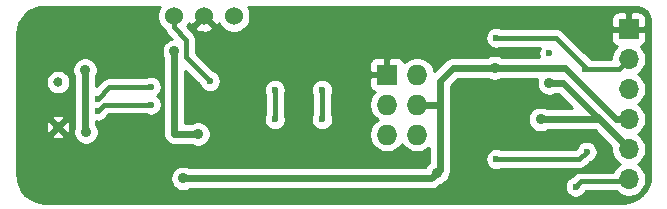
<source format=gbr>
G04 #@! TF.GenerationSoftware,KiCad,Pcbnew,5.1.5+dfsg1-2build2*
G04 #@! TF.CreationDate,2021-03-26T23:39:21+01:00*
G04 #@! TF.ProjectId,USB-I2C,5553422d-4932-4432-9e6b-696361645f70,rev?*
G04 #@! TF.SameCoordinates,Original*
G04 #@! TF.FileFunction,Copper,L2,Bot*
G04 #@! TF.FilePolarity,Positive*
%FSLAX46Y46*%
G04 Gerber Fmt 4.6, Leading zero omitted, Abs format (unit mm)*
G04 Created by KiCad (PCBNEW 5.1.5+dfsg1-2build2) date 2021-03-26 23:39:21*
%MOMM*%
%LPD*%
G04 APERTURE LIST*
%ADD10O,1.727200X1.727200*%
%ADD11R,1.727200X1.727200*%
%ADD12C,0.797560*%
%ADD13C,1.524000*%
%ADD14O,1.700000X1.700000*%
%ADD15R,1.700000X1.700000*%
%ADD16C,0.900000*%
%ADD17C,0.600000*%
%ADD18C,0.600000*%
%ADD19C,0.400000*%
%ADD20C,0.254000*%
G04 APERTURE END LIST*
D10*
X181540000Y-110540000D03*
X179000000Y-110540000D03*
X181540000Y-108000000D03*
X179000000Y-108000000D03*
X181540000Y-105460000D03*
D11*
X179000000Y-105460000D03*
D12*
X151148840Y-106100080D03*
X151146300Y-109897380D03*
D13*
X160960000Y-100500000D03*
X163500000Y-100500000D03*
X166040000Y-100500000D03*
D14*
X199468000Y-114300000D03*
X199468000Y-111760000D03*
X199468000Y-109220000D03*
X199468000Y-106680000D03*
X199468000Y-104140000D03*
D15*
X199468000Y-101600000D03*
D16*
X151106974Y-112299859D03*
X157500000Y-104500000D03*
X192750000Y-101075000D03*
X192750000Y-111345000D03*
X149000000Y-101500000D03*
X159000000Y-109500000D03*
X155062500Y-112750000D03*
X174000000Y-112000000D03*
X188107151Y-104881895D03*
X161000000Y-103500000D03*
X163000000Y-110500000D03*
X161750000Y-114250000D03*
X183250000Y-113750000D03*
X153513161Y-110324409D03*
X153441080Y-105058920D03*
X192750000Y-106155000D03*
X192000000Y-109250000D03*
D17*
X154500000Y-107500000D03*
X159000000Y-106500000D03*
X154500000Y-108500000D03*
X159000000Y-108000000D03*
X188250000Y-102345000D03*
X195896781Y-112000000D03*
X195807481Y-105000000D03*
X188250000Y-112615000D03*
X173500000Y-106750000D03*
X173500000Y-109250000D03*
X192750000Y-103615000D03*
X194966291Y-114934923D03*
X169500000Y-106750000D03*
X169500000Y-109250000D03*
X164000000Y-106000000D03*
D18*
X199468000Y-109220000D02*
X198392855Y-109220000D01*
X198392855Y-109220000D02*
X194054750Y-104881895D01*
X194054750Y-104881895D02*
X188743547Y-104881895D01*
X188743547Y-104881895D02*
X188107151Y-104881895D01*
X161000000Y-110500000D02*
X163000000Y-110500000D01*
X161000000Y-103500000D02*
X161000000Y-110500000D01*
X187618105Y-104881895D02*
X188107151Y-104881895D01*
X183500000Y-106000000D02*
X184618105Y-104881895D01*
X184618105Y-104881895D02*
X187618105Y-104881895D01*
X181540000Y-108000000D02*
X183500000Y-108000000D01*
X183500000Y-108000000D02*
X183500000Y-106000000D01*
X182750000Y-114250000D02*
X161750000Y-114250000D01*
X183250000Y-113750000D02*
X182750000Y-114250000D01*
X183500000Y-113500000D02*
X183500000Y-108000000D01*
X183250000Y-113750000D02*
X183500000Y-113500000D01*
X153441080Y-110252328D02*
X153513161Y-110324409D01*
X153441080Y-105058920D02*
X153441080Y-110252328D01*
X193863000Y-106155000D02*
X196708000Y-109000000D01*
X192750000Y-106155000D02*
X193863000Y-106155000D01*
X192000000Y-109250000D02*
X197000000Y-109250000D01*
X197000000Y-109250000D02*
X196708000Y-109000000D01*
X199468000Y-111760000D02*
X197000000Y-109250000D01*
D19*
X155500000Y-106500000D02*
X159000000Y-106500000D01*
X154500000Y-107500000D02*
X155500000Y-106500000D01*
X155000000Y-108000000D02*
X159000000Y-108000000D01*
X154500000Y-108500000D02*
X155000000Y-108000000D01*
X195807481Y-104827197D02*
X195000000Y-104019716D01*
X195807481Y-105000000D02*
X195807481Y-104827197D01*
X193325284Y-102345000D02*
X195000000Y-104019716D01*
X188250000Y-102345000D02*
X193325284Y-102345000D01*
X198608000Y-105000000D02*
X199468000Y-104140000D01*
X195807481Y-105000000D02*
X198608000Y-105000000D01*
X195896781Y-112005813D02*
X195896781Y-112000000D01*
X188250000Y-112615000D02*
X195287594Y-112615000D01*
X195287594Y-112615000D02*
X195896781Y-112005813D01*
X173500000Y-106750000D02*
X173500000Y-109250000D01*
X195266290Y-114634924D02*
X194966291Y-114934923D01*
X195401214Y-114500000D02*
X195266290Y-114634924D01*
X199268000Y-114500000D02*
X195401214Y-114500000D01*
X199468000Y-114300000D02*
X199268000Y-114500000D01*
X169500000Y-106750000D02*
X169500000Y-109250000D01*
X160960000Y-101460000D02*
X160960000Y-100500000D01*
X162000000Y-102500000D02*
X160960000Y-101460000D01*
X162000000Y-104000000D02*
X162000000Y-102500000D01*
X164000000Y-106000000D02*
X162000000Y-104000000D01*
D20*
G36*
X159721995Y-99838273D02*
G01*
X159616686Y-100092510D01*
X159563000Y-100362408D01*
X159563000Y-100637592D01*
X159616686Y-100907490D01*
X159721995Y-101161727D01*
X159874880Y-101390535D01*
X160069465Y-101585120D01*
X160139598Y-101631981D01*
X160184828Y-101781086D01*
X160262364Y-101926145D01*
X160366709Y-102053291D01*
X160398579Y-102079446D01*
X160760513Y-102441381D01*
X160683517Y-102456696D01*
X160486060Y-102538485D01*
X160308353Y-102657225D01*
X160157225Y-102808353D01*
X160038485Y-102986060D01*
X159956696Y-103183517D01*
X159915000Y-103393137D01*
X159915000Y-103606863D01*
X159956696Y-103816483D01*
X160038485Y-104013940D01*
X160065000Y-104053623D01*
X160065001Y-110454058D01*
X160060476Y-110500000D01*
X160078529Y-110683292D01*
X160131993Y-110859540D01*
X160218814Y-111021972D01*
X160335656Y-111164344D01*
X160478028Y-111281186D01*
X160640460Y-111368007D01*
X160816708Y-111421471D01*
X160954068Y-111435000D01*
X161000000Y-111439524D01*
X161045932Y-111435000D01*
X162446377Y-111435000D01*
X162486060Y-111461515D01*
X162683517Y-111543304D01*
X162893137Y-111585000D01*
X163106863Y-111585000D01*
X163316483Y-111543304D01*
X163513940Y-111461515D01*
X163691647Y-111342775D01*
X163842775Y-111191647D01*
X163961515Y-111013940D01*
X164043304Y-110816483D01*
X164085000Y-110606863D01*
X164085000Y-110393137D01*
X164043304Y-110183517D01*
X163961515Y-109986060D01*
X163842775Y-109808353D01*
X163691647Y-109657225D01*
X163513940Y-109538485D01*
X163316483Y-109456696D01*
X163106863Y-109415000D01*
X162893137Y-109415000D01*
X162683517Y-109456696D01*
X162486060Y-109538485D01*
X162446377Y-109565000D01*
X161935000Y-109565000D01*
X161935000Y-105115867D01*
X163107346Y-106288214D01*
X163171414Y-106442889D01*
X163273738Y-106596028D01*
X163403972Y-106726262D01*
X163557111Y-106828586D01*
X163727271Y-106899068D01*
X163907911Y-106935000D01*
X164092089Y-106935000D01*
X164272729Y-106899068D01*
X164442889Y-106828586D01*
X164596028Y-106726262D01*
X164664379Y-106657911D01*
X168565000Y-106657911D01*
X168565000Y-106842089D01*
X168600932Y-107022729D01*
X168665000Y-107177405D01*
X168665001Y-108822594D01*
X168600932Y-108977271D01*
X168565000Y-109157911D01*
X168565000Y-109342089D01*
X168600932Y-109522729D01*
X168671414Y-109692889D01*
X168773738Y-109846028D01*
X168903972Y-109976262D01*
X169057111Y-110078586D01*
X169227271Y-110149068D01*
X169407911Y-110185000D01*
X169592089Y-110185000D01*
X169772729Y-110149068D01*
X169942889Y-110078586D01*
X170096028Y-109976262D01*
X170226262Y-109846028D01*
X170328586Y-109692889D01*
X170399068Y-109522729D01*
X170435000Y-109342089D01*
X170435000Y-109157911D01*
X170399068Y-108977271D01*
X170335000Y-108822596D01*
X170335000Y-107177404D01*
X170399068Y-107022729D01*
X170435000Y-106842089D01*
X170435000Y-106657911D01*
X172565000Y-106657911D01*
X172565000Y-106842089D01*
X172600932Y-107022729D01*
X172665000Y-107177405D01*
X172665001Y-108822594D01*
X172600932Y-108977271D01*
X172565000Y-109157911D01*
X172565000Y-109342089D01*
X172600932Y-109522729D01*
X172671414Y-109692889D01*
X172773738Y-109846028D01*
X172903972Y-109976262D01*
X173057111Y-110078586D01*
X173227271Y-110149068D01*
X173407911Y-110185000D01*
X173592089Y-110185000D01*
X173772729Y-110149068D01*
X173942889Y-110078586D01*
X174096028Y-109976262D01*
X174226262Y-109846028D01*
X174328586Y-109692889D01*
X174399068Y-109522729D01*
X174435000Y-109342089D01*
X174435000Y-109157911D01*
X174399068Y-108977271D01*
X174335000Y-108822596D01*
X174335000Y-107177404D01*
X174399068Y-107022729D01*
X174435000Y-106842089D01*
X174435000Y-106657911D01*
X174399068Y-106477271D01*
X174328586Y-106307111D01*
X174226262Y-106153972D01*
X174096028Y-106023738D01*
X173942889Y-105921414D01*
X173772729Y-105850932D01*
X173592089Y-105815000D01*
X173407911Y-105815000D01*
X173227271Y-105850932D01*
X173057111Y-105921414D01*
X172903972Y-106023738D01*
X172773738Y-106153972D01*
X172671414Y-106307111D01*
X172600932Y-106477271D01*
X172565000Y-106657911D01*
X170435000Y-106657911D01*
X170399068Y-106477271D01*
X170328586Y-106307111D01*
X170226262Y-106153972D01*
X170096028Y-106023738D01*
X169942889Y-105921414D01*
X169772729Y-105850932D01*
X169592089Y-105815000D01*
X169407911Y-105815000D01*
X169227271Y-105850932D01*
X169057111Y-105921414D01*
X168903972Y-106023738D01*
X168773738Y-106153972D01*
X168671414Y-106307111D01*
X168600932Y-106477271D01*
X168565000Y-106657911D01*
X164664379Y-106657911D01*
X164726262Y-106596028D01*
X164828586Y-106442889D01*
X164899068Y-106272729D01*
X164935000Y-106092089D01*
X164935000Y-105907911D01*
X164899068Y-105727271D01*
X164828586Y-105557111D01*
X164726262Y-105403972D01*
X164596028Y-105273738D01*
X164442889Y-105171414D01*
X164288214Y-105107346D01*
X163777268Y-104596400D01*
X177498328Y-104596400D01*
X177501400Y-105174250D01*
X177660150Y-105333000D01*
X178873000Y-105333000D01*
X178873000Y-104120150D01*
X178714250Y-103961400D01*
X178136400Y-103958328D01*
X178011918Y-103970588D01*
X177892220Y-104006898D01*
X177781906Y-104065863D01*
X177685215Y-104145215D01*
X177605863Y-104241906D01*
X177546898Y-104352220D01*
X177510588Y-104471918D01*
X177498328Y-104596400D01*
X163777268Y-104596400D01*
X162835000Y-103654133D01*
X162835000Y-102541018D01*
X162839040Y-102499999D01*
X162822918Y-102336311D01*
X162775172Y-102178913D01*
X162697636Y-102033854D01*
X162641230Y-101965123D01*
X162593291Y-101906709D01*
X162561426Y-101880558D01*
X162146433Y-101465565D01*
X162714040Y-101465565D01*
X162781020Y-101705656D01*
X163030048Y-101822756D01*
X163297135Y-101889023D01*
X163572017Y-101901910D01*
X163844133Y-101860922D01*
X164103023Y-101767636D01*
X164218980Y-101705656D01*
X164285960Y-101465565D01*
X163500000Y-100679605D01*
X162714040Y-101465565D01*
X162146433Y-101465565D01*
X162055647Y-101374780D01*
X162198005Y-101161727D01*
X162227692Y-101090057D01*
X162232364Y-101103023D01*
X162294344Y-101218980D01*
X162534435Y-101285960D01*
X163320395Y-100500000D01*
X163306253Y-100485858D01*
X163485858Y-100306253D01*
X163500000Y-100320395D01*
X163514143Y-100306253D01*
X163693748Y-100485858D01*
X163679605Y-100500000D01*
X164465565Y-101285960D01*
X164705656Y-101218980D01*
X164769485Y-101083240D01*
X164801995Y-101161727D01*
X164954880Y-101390535D01*
X165149465Y-101585120D01*
X165378273Y-101738005D01*
X165632510Y-101843314D01*
X165902408Y-101897000D01*
X166177592Y-101897000D01*
X166447490Y-101843314D01*
X166701727Y-101738005D01*
X166930535Y-101585120D01*
X167125120Y-101390535D01*
X167278005Y-101161727D01*
X167383314Y-100907490D01*
X167414640Y-100750000D01*
X197979928Y-100750000D01*
X197983000Y-101314250D01*
X198141750Y-101473000D01*
X199341000Y-101473000D01*
X199341000Y-100273750D01*
X199595000Y-100273750D01*
X199595000Y-101473000D01*
X200794250Y-101473000D01*
X200953000Y-101314250D01*
X200956072Y-100750000D01*
X200943812Y-100625518D01*
X200907502Y-100505820D01*
X200848537Y-100395506D01*
X200769185Y-100298815D01*
X200672494Y-100219463D01*
X200562180Y-100160498D01*
X200442482Y-100124188D01*
X200318000Y-100111928D01*
X199753750Y-100115000D01*
X199595000Y-100273750D01*
X199341000Y-100273750D01*
X199182250Y-100115000D01*
X198618000Y-100111928D01*
X198493518Y-100124188D01*
X198373820Y-100160498D01*
X198263506Y-100219463D01*
X198166815Y-100298815D01*
X198087463Y-100395506D01*
X198028498Y-100505820D01*
X197992188Y-100625518D01*
X197979928Y-100750000D01*
X167414640Y-100750000D01*
X167437000Y-100637592D01*
X167437000Y-100362408D01*
X167383314Y-100092510D01*
X167278005Y-99838273D01*
X167192296Y-99710000D01*
X199965279Y-99710000D01*
X200249899Y-99737907D01*
X200490285Y-99810484D01*
X200711991Y-99928368D01*
X200906577Y-100087068D01*
X201066635Y-100280545D01*
X201186064Y-100501424D01*
X201260317Y-100741297D01*
X201290000Y-101023716D01*
X201290001Y-113965269D01*
X201243048Y-114444133D01*
X201114063Y-114871353D01*
X200904554Y-115265384D01*
X200622501Y-115611214D01*
X200278651Y-115895672D01*
X199886093Y-116107927D01*
X199459788Y-116239891D01*
X198983036Y-116290000D01*
X150034721Y-116290000D01*
X149555867Y-116243048D01*
X149128647Y-116114063D01*
X148734616Y-115904554D01*
X148388786Y-115622501D01*
X148104328Y-115278651D01*
X147892073Y-114886093D01*
X147760109Y-114459788D01*
X147726828Y-114143137D01*
X160665000Y-114143137D01*
X160665000Y-114356863D01*
X160706696Y-114566483D01*
X160788485Y-114763940D01*
X160907225Y-114941647D01*
X161058353Y-115092775D01*
X161236060Y-115211515D01*
X161433517Y-115293304D01*
X161643137Y-115335000D01*
X161856863Y-115335000D01*
X162066483Y-115293304D01*
X162263940Y-115211515D01*
X162303623Y-115185000D01*
X182704068Y-115185000D01*
X182750000Y-115189524D01*
X182795932Y-115185000D01*
X182933292Y-115171471D01*
X183109540Y-115118007D01*
X183271972Y-115031186D01*
X183414344Y-114914344D01*
X183443631Y-114878658D01*
X183519674Y-114802615D01*
X183566483Y-114793304D01*
X183763940Y-114711515D01*
X183941647Y-114592775D01*
X184092775Y-114441647D01*
X184211515Y-114263940D01*
X184293304Y-114066483D01*
X184314588Y-113959481D01*
X184368007Y-113859540D01*
X184421471Y-113683292D01*
X184423273Y-113665000D01*
X184439524Y-113500001D01*
X184435000Y-113454069D01*
X184435000Y-112522911D01*
X187315000Y-112522911D01*
X187315000Y-112707089D01*
X187350932Y-112887729D01*
X187421414Y-113057889D01*
X187523738Y-113211028D01*
X187653972Y-113341262D01*
X187807111Y-113443586D01*
X187977271Y-113514068D01*
X188157911Y-113550000D01*
X188342089Y-113550000D01*
X188522729Y-113514068D01*
X188677404Y-113450000D01*
X195246576Y-113450000D01*
X195287594Y-113454040D01*
X195328612Y-113450000D01*
X195328613Y-113450000D01*
X195451283Y-113437918D01*
X195608681Y-113390172D01*
X195753740Y-113312636D01*
X195880885Y-113208291D01*
X195907039Y-113176422D01*
X196194918Y-112888544D01*
X196339670Y-112828586D01*
X196492809Y-112726262D01*
X196623043Y-112596028D01*
X196725367Y-112442889D01*
X196795849Y-112272729D01*
X196831781Y-112092089D01*
X196831781Y-111907911D01*
X196795849Y-111727271D01*
X196725367Y-111557111D01*
X196623043Y-111403972D01*
X196492809Y-111273738D01*
X196339670Y-111171414D01*
X196169510Y-111100932D01*
X195988870Y-111065000D01*
X195804692Y-111065000D01*
X195624052Y-111100932D01*
X195453892Y-111171414D01*
X195300753Y-111273738D01*
X195170519Y-111403972D01*
X195068195Y-111557111D01*
X195000017Y-111721709D01*
X194941726Y-111780000D01*
X188677404Y-111780000D01*
X188522729Y-111715932D01*
X188342089Y-111680000D01*
X188157911Y-111680000D01*
X187977271Y-111715932D01*
X187807111Y-111786414D01*
X187653972Y-111888738D01*
X187523738Y-112018972D01*
X187421414Y-112172111D01*
X187350932Y-112342271D01*
X187315000Y-112522911D01*
X184435000Y-112522911D01*
X184435000Y-108045931D01*
X184439524Y-108000000D01*
X184435000Y-107954068D01*
X184435000Y-106387289D01*
X185005395Y-105816895D01*
X187553528Y-105816895D01*
X187593211Y-105843410D01*
X187790668Y-105925199D01*
X188000288Y-105966895D01*
X188214014Y-105966895D01*
X188423634Y-105925199D01*
X188621091Y-105843410D01*
X188660774Y-105816895D01*
X191715652Y-105816895D01*
X191706696Y-105838517D01*
X191665000Y-106048137D01*
X191665000Y-106261863D01*
X191706696Y-106471483D01*
X191788485Y-106668940D01*
X191907225Y-106846647D01*
X192058353Y-106997775D01*
X192236060Y-107116515D01*
X192433517Y-107198304D01*
X192643137Y-107240000D01*
X192856863Y-107240000D01*
X193066483Y-107198304D01*
X193263940Y-107116515D01*
X193303623Y-107090000D01*
X193475711Y-107090000D01*
X194700711Y-108315000D01*
X192553623Y-108315000D01*
X192513940Y-108288485D01*
X192316483Y-108206696D01*
X192106863Y-108165000D01*
X191893137Y-108165000D01*
X191683517Y-108206696D01*
X191486060Y-108288485D01*
X191308353Y-108407225D01*
X191157225Y-108558353D01*
X191038485Y-108736060D01*
X190956696Y-108933517D01*
X190915000Y-109143137D01*
X190915000Y-109356863D01*
X190956696Y-109566483D01*
X191038485Y-109763940D01*
X191157225Y-109941647D01*
X191308353Y-110092775D01*
X191486060Y-110211515D01*
X191683517Y-110293304D01*
X191893137Y-110335000D01*
X192106863Y-110335000D01*
X192316483Y-110293304D01*
X192513940Y-110211515D01*
X192553623Y-110185000D01*
X196608083Y-110185000D01*
X197988033Y-111588436D01*
X197983000Y-111613740D01*
X197983000Y-111906260D01*
X198040068Y-112193158D01*
X198152010Y-112463411D01*
X198314525Y-112706632D01*
X198521368Y-112913475D01*
X198695760Y-113030000D01*
X198521368Y-113146525D01*
X198314525Y-113353368D01*
X198152010Y-113596589D01*
X198123673Y-113665000D01*
X195442221Y-113665000D01*
X195401213Y-113660961D01*
X195360205Y-113665000D01*
X195360195Y-113665000D01*
X195237525Y-113677082D01*
X195080127Y-113724828D01*
X194935068Y-113802364D01*
X194807923Y-113906709D01*
X194781768Y-113938579D01*
X194704867Y-114015480D01*
X194704861Y-114015485D01*
X194678077Y-114042269D01*
X194523402Y-114106337D01*
X194370263Y-114208661D01*
X194240029Y-114338895D01*
X194137705Y-114492034D01*
X194067223Y-114662194D01*
X194031291Y-114842834D01*
X194031291Y-115027012D01*
X194067223Y-115207652D01*
X194137705Y-115377812D01*
X194240029Y-115530951D01*
X194370263Y-115661185D01*
X194523402Y-115763509D01*
X194693562Y-115833991D01*
X194874202Y-115869923D01*
X195058380Y-115869923D01*
X195239020Y-115833991D01*
X195409180Y-115763509D01*
X195562319Y-115661185D01*
X195692553Y-115530951D01*
X195794877Y-115377812D01*
X195812610Y-115335000D01*
X198402893Y-115335000D01*
X198521368Y-115453475D01*
X198764589Y-115615990D01*
X199034842Y-115727932D01*
X199321740Y-115785000D01*
X199614260Y-115785000D01*
X199901158Y-115727932D01*
X200171411Y-115615990D01*
X200414632Y-115453475D01*
X200621475Y-115246632D01*
X200783990Y-115003411D01*
X200895932Y-114733158D01*
X200953000Y-114446260D01*
X200953000Y-114153740D01*
X200895932Y-113866842D01*
X200783990Y-113596589D01*
X200621475Y-113353368D01*
X200414632Y-113146525D01*
X200240240Y-113030000D01*
X200414632Y-112913475D01*
X200621475Y-112706632D01*
X200783990Y-112463411D01*
X200895932Y-112193158D01*
X200953000Y-111906260D01*
X200953000Y-111613740D01*
X200895932Y-111326842D01*
X200783990Y-111056589D01*
X200621475Y-110813368D01*
X200414632Y-110606525D01*
X200240240Y-110490000D01*
X200414632Y-110373475D01*
X200621475Y-110166632D01*
X200783990Y-109923411D01*
X200895932Y-109653158D01*
X200953000Y-109366260D01*
X200953000Y-109073740D01*
X200895932Y-108786842D01*
X200783990Y-108516589D01*
X200621475Y-108273368D01*
X200414632Y-108066525D01*
X200240240Y-107950000D01*
X200414632Y-107833475D01*
X200621475Y-107626632D01*
X200783990Y-107383411D01*
X200895932Y-107113158D01*
X200953000Y-106826260D01*
X200953000Y-106533740D01*
X200895932Y-106246842D01*
X200783990Y-105976589D01*
X200621475Y-105733368D01*
X200414632Y-105526525D01*
X200240240Y-105410000D01*
X200414632Y-105293475D01*
X200621475Y-105086632D01*
X200783990Y-104843411D01*
X200895932Y-104573158D01*
X200953000Y-104286260D01*
X200953000Y-103993740D01*
X200895932Y-103706842D01*
X200783990Y-103436589D01*
X200621475Y-103193368D01*
X200489620Y-103061513D01*
X200562180Y-103039502D01*
X200672494Y-102980537D01*
X200769185Y-102901185D01*
X200848537Y-102804494D01*
X200907502Y-102694180D01*
X200943812Y-102574482D01*
X200956072Y-102450000D01*
X200953000Y-101885750D01*
X200794250Y-101727000D01*
X199595000Y-101727000D01*
X199595000Y-101747000D01*
X199341000Y-101747000D01*
X199341000Y-101727000D01*
X198141750Y-101727000D01*
X197983000Y-101885750D01*
X197979928Y-102450000D01*
X197992188Y-102574482D01*
X198028498Y-102694180D01*
X198087463Y-102804494D01*
X198166815Y-102901185D01*
X198263506Y-102980537D01*
X198373820Y-103039502D01*
X198446380Y-103061513D01*
X198314525Y-103193368D01*
X198152010Y-103436589D01*
X198040068Y-103706842D01*
X197983000Y-103993740D01*
X197983000Y-104165000D01*
X196326153Y-104165000D01*
X195619442Y-103458291D01*
X195619438Y-103458286D01*
X193944730Y-101783579D01*
X193918575Y-101751709D01*
X193791430Y-101647364D01*
X193646371Y-101569828D01*
X193488973Y-101522082D01*
X193366303Y-101510000D01*
X193366302Y-101510000D01*
X193325284Y-101505960D01*
X193284266Y-101510000D01*
X188677404Y-101510000D01*
X188522729Y-101445932D01*
X188342089Y-101410000D01*
X188157911Y-101410000D01*
X187977271Y-101445932D01*
X187807111Y-101516414D01*
X187653972Y-101618738D01*
X187523738Y-101748972D01*
X187421414Y-101902111D01*
X187350932Y-102072271D01*
X187315000Y-102252911D01*
X187315000Y-102437089D01*
X187350932Y-102617729D01*
X187421414Y-102787889D01*
X187523738Y-102941028D01*
X187653972Y-103071262D01*
X187807111Y-103173586D01*
X187977271Y-103244068D01*
X188157911Y-103280000D01*
X188342089Y-103280000D01*
X188522729Y-103244068D01*
X188677404Y-103180000D01*
X191918146Y-103180000D01*
X191850932Y-103342271D01*
X191815000Y-103522911D01*
X191815000Y-103707089D01*
X191850932Y-103887729D01*
X191875439Y-103946895D01*
X188660774Y-103946895D01*
X188621091Y-103920380D01*
X188423634Y-103838591D01*
X188214014Y-103796895D01*
X188000288Y-103796895D01*
X187790668Y-103838591D01*
X187593211Y-103920380D01*
X187553528Y-103946895D01*
X184664036Y-103946895D01*
X184618104Y-103942371D01*
X184434812Y-103960424D01*
X184390322Y-103973920D01*
X184258565Y-104013888D01*
X184096133Y-104100709D01*
X183953761Y-104217551D01*
X183924479Y-104253231D01*
X183009849Y-105167861D01*
X182981010Y-105022875D01*
X182868042Y-104750147D01*
X182704039Y-104504698D01*
X182495302Y-104295961D01*
X182249853Y-104131958D01*
X181977125Y-104018990D01*
X181687599Y-103961400D01*
X181392401Y-103961400D01*
X181102875Y-104018990D01*
X180830147Y-104131958D01*
X180584698Y-104295961D01*
X180470636Y-104410023D01*
X180453102Y-104352220D01*
X180394137Y-104241906D01*
X180314785Y-104145215D01*
X180218094Y-104065863D01*
X180107780Y-104006898D01*
X179988082Y-103970588D01*
X179863600Y-103958328D01*
X179285750Y-103961400D01*
X179127000Y-104120150D01*
X179127000Y-105333000D01*
X179147000Y-105333000D01*
X179147000Y-105587000D01*
X179127000Y-105587000D01*
X179127000Y-105607000D01*
X178873000Y-105607000D01*
X178873000Y-105587000D01*
X177660150Y-105587000D01*
X177501400Y-105745750D01*
X177498328Y-106323600D01*
X177510588Y-106448082D01*
X177546898Y-106567780D01*
X177605863Y-106678094D01*
X177685215Y-106774785D01*
X177781906Y-106854137D01*
X177892220Y-106913102D01*
X177950023Y-106930636D01*
X177835961Y-107044698D01*
X177671958Y-107290147D01*
X177558990Y-107562875D01*
X177501400Y-107852401D01*
X177501400Y-108147599D01*
X177558990Y-108437125D01*
X177671958Y-108709853D01*
X177835961Y-108955302D01*
X178044698Y-109164039D01*
X178203281Y-109270000D01*
X178044698Y-109375961D01*
X177835961Y-109584698D01*
X177671958Y-109830147D01*
X177558990Y-110102875D01*
X177501400Y-110392401D01*
X177501400Y-110687599D01*
X177558990Y-110977125D01*
X177671958Y-111249853D01*
X177835961Y-111495302D01*
X178044698Y-111704039D01*
X178290147Y-111868042D01*
X178562875Y-111981010D01*
X178852401Y-112038600D01*
X179147599Y-112038600D01*
X179437125Y-111981010D01*
X179709853Y-111868042D01*
X179955302Y-111704039D01*
X180164039Y-111495302D01*
X180270000Y-111336719D01*
X180375961Y-111495302D01*
X180584698Y-111704039D01*
X180830147Y-111868042D01*
X181102875Y-111981010D01*
X181392401Y-112038600D01*
X181687599Y-112038600D01*
X181977125Y-111981010D01*
X182249853Y-111868042D01*
X182495302Y-111704039D01*
X182565000Y-111634341D01*
X182565000Y-112902784D01*
X182558353Y-112907225D01*
X182407225Y-113058353D01*
X182288485Y-113236060D01*
X182255787Y-113315000D01*
X162303623Y-113315000D01*
X162263940Y-113288485D01*
X162066483Y-113206696D01*
X161856863Y-113165000D01*
X161643137Y-113165000D01*
X161433517Y-113206696D01*
X161236060Y-113288485D01*
X161058353Y-113407225D01*
X160907225Y-113558353D01*
X160788485Y-113736060D01*
X160706696Y-113933517D01*
X160665000Y-114143137D01*
X147726828Y-114143137D01*
X147710000Y-113983036D01*
X147710000Y-110602945D01*
X150620340Y-110602945D01*
X150643045Y-110806117D01*
X150830001Y-110886836D01*
X151029112Y-110929530D01*
X151232726Y-110932560D01*
X151433019Y-110895808D01*
X151622293Y-110820688D01*
X151649555Y-110806117D01*
X151672260Y-110602945D01*
X151146300Y-110076985D01*
X150620340Y-110602945D01*
X147710000Y-110602945D01*
X147710000Y-109983806D01*
X150111120Y-109983806D01*
X150147872Y-110184099D01*
X150222992Y-110373373D01*
X150237563Y-110400635D01*
X150440735Y-110423340D01*
X150966695Y-109897380D01*
X151325905Y-109897380D01*
X151851865Y-110423340D01*
X152055037Y-110400635D01*
X152135756Y-110213679D01*
X152178450Y-110014568D01*
X152181480Y-109810954D01*
X152144728Y-109610661D01*
X152069608Y-109421387D01*
X152055037Y-109394125D01*
X151851865Y-109371420D01*
X151325905Y-109897380D01*
X150966695Y-109897380D01*
X150440735Y-109371420D01*
X150237563Y-109394125D01*
X150156844Y-109581081D01*
X150114150Y-109780192D01*
X150111120Y-109983806D01*
X147710000Y-109983806D01*
X147710000Y-109191815D01*
X150620340Y-109191815D01*
X151146300Y-109717775D01*
X151672260Y-109191815D01*
X151649555Y-108988643D01*
X151462599Y-108907924D01*
X151263488Y-108865230D01*
X151059874Y-108862200D01*
X150859581Y-108898952D01*
X150670307Y-108974072D01*
X150643045Y-108988643D01*
X150620340Y-109191815D01*
X147710000Y-109191815D01*
X147710000Y-105998262D01*
X150115060Y-105998262D01*
X150115060Y-106201898D01*
X150154788Y-106401622D01*
X150232716Y-106589758D01*
X150345851Y-106759076D01*
X150489844Y-106903069D01*
X150659162Y-107016204D01*
X150847298Y-107094132D01*
X151047022Y-107133860D01*
X151250658Y-107133860D01*
X151450382Y-107094132D01*
X151638518Y-107016204D01*
X151807836Y-106903069D01*
X151951829Y-106759076D01*
X152064964Y-106589758D01*
X152142892Y-106401622D01*
X152182620Y-106201898D01*
X152182620Y-105998262D01*
X152142892Y-105798538D01*
X152064964Y-105610402D01*
X151951829Y-105441084D01*
X151807836Y-105297091D01*
X151638518Y-105183956D01*
X151450382Y-105106028D01*
X151250658Y-105066300D01*
X151047022Y-105066300D01*
X150847298Y-105106028D01*
X150659162Y-105183956D01*
X150489844Y-105297091D01*
X150345851Y-105441084D01*
X150232716Y-105610402D01*
X150154788Y-105798538D01*
X150115060Y-105998262D01*
X147710000Y-105998262D01*
X147710000Y-104952057D01*
X152356080Y-104952057D01*
X152356080Y-105165783D01*
X152397776Y-105375403D01*
X152479565Y-105572860D01*
X152506080Y-105612543D01*
X152506081Y-109920473D01*
X152469857Y-110007926D01*
X152428161Y-110217546D01*
X152428161Y-110431272D01*
X152469857Y-110640892D01*
X152551646Y-110838349D01*
X152670386Y-111016056D01*
X152821514Y-111167184D01*
X152999221Y-111285924D01*
X153196678Y-111367713D01*
X153406298Y-111409409D01*
X153620024Y-111409409D01*
X153829644Y-111367713D01*
X154027101Y-111285924D01*
X154204808Y-111167184D01*
X154355936Y-111016056D01*
X154474676Y-110838349D01*
X154556465Y-110640892D01*
X154598161Y-110431272D01*
X154598161Y-110217546D01*
X154556465Y-110007926D01*
X154474676Y-109810469D01*
X154376080Y-109662910D01*
X154376080Y-109428668D01*
X154407911Y-109435000D01*
X154592089Y-109435000D01*
X154772729Y-109399068D01*
X154942889Y-109328586D01*
X155096028Y-109226262D01*
X155226262Y-109096028D01*
X155328586Y-108942889D01*
X155373275Y-108835000D01*
X158572596Y-108835000D01*
X158727271Y-108899068D01*
X158907911Y-108935000D01*
X159092089Y-108935000D01*
X159272729Y-108899068D01*
X159442889Y-108828586D01*
X159596028Y-108726262D01*
X159726262Y-108596028D01*
X159828586Y-108442889D01*
X159899068Y-108272729D01*
X159935000Y-108092089D01*
X159935000Y-107907911D01*
X159899068Y-107727271D01*
X159828586Y-107557111D01*
X159726262Y-107403972D01*
X159596028Y-107273738D01*
X159560502Y-107250000D01*
X159596028Y-107226262D01*
X159726262Y-107096028D01*
X159828586Y-106942889D01*
X159899068Y-106772729D01*
X159935000Y-106592089D01*
X159935000Y-106407911D01*
X159899068Y-106227271D01*
X159828586Y-106057111D01*
X159726262Y-105903972D01*
X159596028Y-105773738D01*
X159442889Y-105671414D01*
X159272729Y-105600932D01*
X159092089Y-105565000D01*
X158907911Y-105565000D01*
X158727271Y-105600932D01*
X158572596Y-105665000D01*
X155541018Y-105665000D01*
X155500000Y-105660960D01*
X155458982Y-105665000D01*
X155458981Y-105665000D01*
X155336311Y-105677082D01*
X155178913Y-105724828D01*
X155033854Y-105802364D01*
X154906709Y-105906709D01*
X154880563Y-105938568D01*
X154376080Y-106443052D01*
X154376080Y-105612543D01*
X154402595Y-105572860D01*
X154484384Y-105375403D01*
X154526080Y-105165783D01*
X154526080Y-104952057D01*
X154484384Y-104742437D01*
X154402595Y-104544980D01*
X154283855Y-104367273D01*
X154132727Y-104216145D01*
X153955020Y-104097405D01*
X153757563Y-104015616D01*
X153547943Y-103973920D01*
X153334217Y-103973920D01*
X153124597Y-104015616D01*
X152927140Y-104097405D01*
X152749433Y-104216145D01*
X152598305Y-104367273D01*
X152479565Y-104544980D01*
X152397776Y-104742437D01*
X152356080Y-104952057D01*
X147710000Y-104952057D01*
X147710000Y-102034721D01*
X147756953Y-101555866D01*
X147885938Y-101128645D01*
X148095446Y-100734616D01*
X148377499Y-100388786D01*
X148721351Y-100104327D01*
X149113910Y-99892071D01*
X149540213Y-99760108D01*
X150016964Y-99710000D01*
X159807704Y-99710000D01*
X159721995Y-99838273D01*
G37*
X159721995Y-99838273D02*
X159616686Y-100092510D01*
X159563000Y-100362408D01*
X159563000Y-100637592D01*
X159616686Y-100907490D01*
X159721995Y-101161727D01*
X159874880Y-101390535D01*
X160069465Y-101585120D01*
X160139598Y-101631981D01*
X160184828Y-101781086D01*
X160262364Y-101926145D01*
X160366709Y-102053291D01*
X160398579Y-102079446D01*
X160760513Y-102441381D01*
X160683517Y-102456696D01*
X160486060Y-102538485D01*
X160308353Y-102657225D01*
X160157225Y-102808353D01*
X160038485Y-102986060D01*
X159956696Y-103183517D01*
X159915000Y-103393137D01*
X159915000Y-103606863D01*
X159956696Y-103816483D01*
X160038485Y-104013940D01*
X160065000Y-104053623D01*
X160065001Y-110454058D01*
X160060476Y-110500000D01*
X160078529Y-110683292D01*
X160131993Y-110859540D01*
X160218814Y-111021972D01*
X160335656Y-111164344D01*
X160478028Y-111281186D01*
X160640460Y-111368007D01*
X160816708Y-111421471D01*
X160954068Y-111435000D01*
X161000000Y-111439524D01*
X161045932Y-111435000D01*
X162446377Y-111435000D01*
X162486060Y-111461515D01*
X162683517Y-111543304D01*
X162893137Y-111585000D01*
X163106863Y-111585000D01*
X163316483Y-111543304D01*
X163513940Y-111461515D01*
X163691647Y-111342775D01*
X163842775Y-111191647D01*
X163961515Y-111013940D01*
X164043304Y-110816483D01*
X164085000Y-110606863D01*
X164085000Y-110393137D01*
X164043304Y-110183517D01*
X163961515Y-109986060D01*
X163842775Y-109808353D01*
X163691647Y-109657225D01*
X163513940Y-109538485D01*
X163316483Y-109456696D01*
X163106863Y-109415000D01*
X162893137Y-109415000D01*
X162683517Y-109456696D01*
X162486060Y-109538485D01*
X162446377Y-109565000D01*
X161935000Y-109565000D01*
X161935000Y-105115867D01*
X163107346Y-106288214D01*
X163171414Y-106442889D01*
X163273738Y-106596028D01*
X163403972Y-106726262D01*
X163557111Y-106828586D01*
X163727271Y-106899068D01*
X163907911Y-106935000D01*
X164092089Y-106935000D01*
X164272729Y-106899068D01*
X164442889Y-106828586D01*
X164596028Y-106726262D01*
X164664379Y-106657911D01*
X168565000Y-106657911D01*
X168565000Y-106842089D01*
X168600932Y-107022729D01*
X168665000Y-107177405D01*
X168665001Y-108822594D01*
X168600932Y-108977271D01*
X168565000Y-109157911D01*
X168565000Y-109342089D01*
X168600932Y-109522729D01*
X168671414Y-109692889D01*
X168773738Y-109846028D01*
X168903972Y-109976262D01*
X169057111Y-110078586D01*
X169227271Y-110149068D01*
X169407911Y-110185000D01*
X169592089Y-110185000D01*
X169772729Y-110149068D01*
X169942889Y-110078586D01*
X170096028Y-109976262D01*
X170226262Y-109846028D01*
X170328586Y-109692889D01*
X170399068Y-109522729D01*
X170435000Y-109342089D01*
X170435000Y-109157911D01*
X170399068Y-108977271D01*
X170335000Y-108822596D01*
X170335000Y-107177404D01*
X170399068Y-107022729D01*
X170435000Y-106842089D01*
X170435000Y-106657911D01*
X172565000Y-106657911D01*
X172565000Y-106842089D01*
X172600932Y-107022729D01*
X172665000Y-107177405D01*
X172665001Y-108822594D01*
X172600932Y-108977271D01*
X172565000Y-109157911D01*
X172565000Y-109342089D01*
X172600932Y-109522729D01*
X172671414Y-109692889D01*
X172773738Y-109846028D01*
X172903972Y-109976262D01*
X173057111Y-110078586D01*
X173227271Y-110149068D01*
X173407911Y-110185000D01*
X173592089Y-110185000D01*
X173772729Y-110149068D01*
X173942889Y-110078586D01*
X174096028Y-109976262D01*
X174226262Y-109846028D01*
X174328586Y-109692889D01*
X174399068Y-109522729D01*
X174435000Y-109342089D01*
X174435000Y-109157911D01*
X174399068Y-108977271D01*
X174335000Y-108822596D01*
X174335000Y-107177404D01*
X174399068Y-107022729D01*
X174435000Y-106842089D01*
X174435000Y-106657911D01*
X174399068Y-106477271D01*
X174328586Y-106307111D01*
X174226262Y-106153972D01*
X174096028Y-106023738D01*
X173942889Y-105921414D01*
X173772729Y-105850932D01*
X173592089Y-105815000D01*
X173407911Y-105815000D01*
X173227271Y-105850932D01*
X173057111Y-105921414D01*
X172903972Y-106023738D01*
X172773738Y-106153972D01*
X172671414Y-106307111D01*
X172600932Y-106477271D01*
X172565000Y-106657911D01*
X170435000Y-106657911D01*
X170399068Y-106477271D01*
X170328586Y-106307111D01*
X170226262Y-106153972D01*
X170096028Y-106023738D01*
X169942889Y-105921414D01*
X169772729Y-105850932D01*
X169592089Y-105815000D01*
X169407911Y-105815000D01*
X169227271Y-105850932D01*
X169057111Y-105921414D01*
X168903972Y-106023738D01*
X168773738Y-106153972D01*
X168671414Y-106307111D01*
X168600932Y-106477271D01*
X168565000Y-106657911D01*
X164664379Y-106657911D01*
X164726262Y-106596028D01*
X164828586Y-106442889D01*
X164899068Y-106272729D01*
X164935000Y-106092089D01*
X164935000Y-105907911D01*
X164899068Y-105727271D01*
X164828586Y-105557111D01*
X164726262Y-105403972D01*
X164596028Y-105273738D01*
X164442889Y-105171414D01*
X164288214Y-105107346D01*
X163777268Y-104596400D01*
X177498328Y-104596400D01*
X177501400Y-105174250D01*
X177660150Y-105333000D01*
X178873000Y-105333000D01*
X178873000Y-104120150D01*
X178714250Y-103961400D01*
X178136400Y-103958328D01*
X178011918Y-103970588D01*
X177892220Y-104006898D01*
X177781906Y-104065863D01*
X177685215Y-104145215D01*
X177605863Y-104241906D01*
X177546898Y-104352220D01*
X177510588Y-104471918D01*
X177498328Y-104596400D01*
X163777268Y-104596400D01*
X162835000Y-103654133D01*
X162835000Y-102541018D01*
X162839040Y-102499999D01*
X162822918Y-102336311D01*
X162775172Y-102178913D01*
X162697636Y-102033854D01*
X162641230Y-101965123D01*
X162593291Y-101906709D01*
X162561426Y-101880558D01*
X162146433Y-101465565D01*
X162714040Y-101465565D01*
X162781020Y-101705656D01*
X163030048Y-101822756D01*
X163297135Y-101889023D01*
X163572017Y-101901910D01*
X163844133Y-101860922D01*
X164103023Y-101767636D01*
X164218980Y-101705656D01*
X164285960Y-101465565D01*
X163500000Y-100679605D01*
X162714040Y-101465565D01*
X162146433Y-101465565D01*
X162055647Y-101374780D01*
X162198005Y-101161727D01*
X162227692Y-101090057D01*
X162232364Y-101103023D01*
X162294344Y-101218980D01*
X162534435Y-101285960D01*
X163320395Y-100500000D01*
X163306253Y-100485858D01*
X163485858Y-100306253D01*
X163500000Y-100320395D01*
X163514143Y-100306253D01*
X163693748Y-100485858D01*
X163679605Y-100500000D01*
X164465565Y-101285960D01*
X164705656Y-101218980D01*
X164769485Y-101083240D01*
X164801995Y-101161727D01*
X164954880Y-101390535D01*
X165149465Y-101585120D01*
X165378273Y-101738005D01*
X165632510Y-101843314D01*
X165902408Y-101897000D01*
X166177592Y-101897000D01*
X166447490Y-101843314D01*
X166701727Y-101738005D01*
X166930535Y-101585120D01*
X167125120Y-101390535D01*
X167278005Y-101161727D01*
X167383314Y-100907490D01*
X167414640Y-100750000D01*
X197979928Y-100750000D01*
X197983000Y-101314250D01*
X198141750Y-101473000D01*
X199341000Y-101473000D01*
X199341000Y-100273750D01*
X199595000Y-100273750D01*
X199595000Y-101473000D01*
X200794250Y-101473000D01*
X200953000Y-101314250D01*
X200956072Y-100750000D01*
X200943812Y-100625518D01*
X200907502Y-100505820D01*
X200848537Y-100395506D01*
X200769185Y-100298815D01*
X200672494Y-100219463D01*
X200562180Y-100160498D01*
X200442482Y-100124188D01*
X200318000Y-100111928D01*
X199753750Y-100115000D01*
X199595000Y-100273750D01*
X199341000Y-100273750D01*
X199182250Y-100115000D01*
X198618000Y-100111928D01*
X198493518Y-100124188D01*
X198373820Y-100160498D01*
X198263506Y-100219463D01*
X198166815Y-100298815D01*
X198087463Y-100395506D01*
X198028498Y-100505820D01*
X197992188Y-100625518D01*
X197979928Y-100750000D01*
X167414640Y-100750000D01*
X167437000Y-100637592D01*
X167437000Y-100362408D01*
X167383314Y-100092510D01*
X167278005Y-99838273D01*
X167192296Y-99710000D01*
X199965279Y-99710000D01*
X200249899Y-99737907D01*
X200490285Y-99810484D01*
X200711991Y-99928368D01*
X200906577Y-100087068D01*
X201066635Y-100280545D01*
X201186064Y-100501424D01*
X201260317Y-100741297D01*
X201290000Y-101023716D01*
X201290001Y-113965269D01*
X201243048Y-114444133D01*
X201114063Y-114871353D01*
X200904554Y-115265384D01*
X200622501Y-115611214D01*
X200278651Y-115895672D01*
X199886093Y-116107927D01*
X199459788Y-116239891D01*
X198983036Y-116290000D01*
X150034721Y-116290000D01*
X149555867Y-116243048D01*
X149128647Y-116114063D01*
X148734616Y-115904554D01*
X148388786Y-115622501D01*
X148104328Y-115278651D01*
X147892073Y-114886093D01*
X147760109Y-114459788D01*
X147726828Y-114143137D01*
X160665000Y-114143137D01*
X160665000Y-114356863D01*
X160706696Y-114566483D01*
X160788485Y-114763940D01*
X160907225Y-114941647D01*
X161058353Y-115092775D01*
X161236060Y-115211515D01*
X161433517Y-115293304D01*
X161643137Y-115335000D01*
X161856863Y-115335000D01*
X162066483Y-115293304D01*
X162263940Y-115211515D01*
X162303623Y-115185000D01*
X182704068Y-115185000D01*
X182750000Y-115189524D01*
X182795932Y-115185000D01*
X182933292Y-115171471D01*
X183109540Y-115118007D01*
X183271972Y-115031186D01*
X183414344Y-114914344D01*
X183443631Y-114878658D01*
X183519674Y-114802615D01*
X183566483Y-114793304D01*
X183763940Y-114711515D01*
X183941647Y-114592775D01*
X184092775Y-114441647D01*
X184211515Y-114263940D01*
X184293304Y-114066483D01*
X184314588Y-113959481D01*
X184368007Y-113859540D01*
X184421471Y-113683292D01*
X184423273Y-113665000D01*
X184439524Y-113500001D01*
X184435000Y-113454069D01*
X184435000Y-112522911D01*
X187315000Y-112522911D01*
X187315000Y-112707089D01*
X187350932Y-112887729D01*
X187421414Y-113057889D01*
X187523738Y-113211028D01*
X187653972Y-113341262D01*
X187807111Y-113443586D01*
X187977271Y-113514068D01*
X188157911Y-113550000D01*
X188342089Y-113550000D01*
X188522729Y-113514068D01*
X188677404Y-113450000D01*
X195246576Y-113450000D01*
X195287594Y-113454040D01*
X195328612Y-113450000D01*
X195328613Y-113450000D01*
X195451283Y-113437918D01*
X195608681Y-113390172D01*
X195753740Y-113312636D01*
X195880885Y-113208291D01*
X195907039Y-113176422D01*
X196194918Y-112888544D01*
X196339670Y-112828586D01*
X196492809Y-112726262D01*
X196623043Y-112596028D01*
X196725367Y-112442889D01*
X196795849Y-112272729D01*
X196831781Y-112092089D01*
X196831781Y-111907911D01*
X196795849Y-111727271D01*
X196725367Y-111557111D01*
X196623043Y-111403972D01*
X196492809Y-111273738D01*
X196339670Y-111171414D01*
X196169510Y-111100932D01*
X195988870Y-111065000D01*
X195804692Y-111065000D01*
X195624052Y-111100932D01*
X195453892Y-111171414D01*
X195300753Y-111273738D01*
X195170519Y-111403972D01*
X195068195Y-111557111D01*
X195000017Y-111721709D01*
X194941726Y-111780000D01*
X188677404Y-111780000D01*
X188522729Y-111715932D01*
X188342089Y-111680000D01*
X188157911Y-111680000D01*
X187977271Y-111715932D01*
X187807111Y-111786414D01*
X187653972Y-111888738D01*
X187523738Y-112018972D01*
X187421414Y-112172111D01*
X187350932Y-112342271D01*
X187315000Y-112522911D01*
X184435000Y-112522911D01*
X184435000Y-108045931D01*
X184439524Y-108000000D01*
X184435000Y-107954068D01*
X184435000Y-106387289D01*
X185005395Y-105816895D01*
X187553528Y-105816895D01*
X187593211Y-105843410D01*
X187790668Y-105925199D01*
X188000288Y-105966895D01*
X188214014Y-105966895D01*
X188423634Y-105925199D01*
X188621091Y-105843410D01*
X188660774Y-105816895D01*
X191715652Y-105816895D01*
X191706696Y-105838517D01*
X191665000Y-106048137D01*
X191665000Y-106261863D01*
X191706696Y-106471483D01*
X191788485Y-106668940D01*
X191907225Y-106846647D01*
X192058353Y-106997775D01*
X192236060Y-107116515D01*
X192433517Y-107198304D01*
X192643137Y-107240000D01*
X192856863Y-107240000D01*
X193066483Y-107198304D01*
X193263940Y-107116515D01*
X193303623Y-107090000D01*
X193475711Y-107090000D01*
X194700711Y-108315000D01*
X192553623Y-108315000D01*
X192513940Y-108288485D01*
X192316483Y-108206696D01*
X192106863Y-108165000D01*
X191893137Y-108165000D01*
X191683517Y-108206696D01*
X191486060Y-108288485D01*
X191308353Y-108407225D01*
X191157225Y-108558353D01*
X191038485Y-108736060D01*
X190956696Y-108933517D01*
X190915000Y-109143137D01*
X190915000Y-109356863D01*
X190956696Y-109566483D01*
X191038485Y-109763940D01*
X191157225Y-109941647D01*
X191308353Y-110092775D01*
X191486060Y-110211515D01*
X191683517Y-110293304D01*
X191893137Y-110335000D01*
X192106863Y-110335000D01*
X192316483Y-110293304D01*
X192513940Y-110211515D01*
X192553623Y-110185000D01*
X196608083Y-110185000D01*
X197988033Y-111588436D01*
X197983000Y-111613740D01*
X197983000Y-111906260D01*
X198040068Y-112193158D01*
X198152010Y-112463411D01*
X198314525Y-112706632D01*
X198521368Y-112913475D01*
X198695760Y-113030000D01*
X198521368Y-113146525D01*
X198314525Y-113353368D01*
X198152010Y-113596589D01*
X198123673Y-113665000D01*
X195442221Y-113665000D01*
X195401213Y-113660961D01*
X195360205Y-113665000D01*
X195360195Y-113665000D01*
X195237525Y-113677082D01*
X195080127Y-113724828D01*
X194935068Y-113802364D01*
X194807923Y-113906709D01*
X194781768Y-113938579D01*
X194704867Y-114015480D01*
X194704861Y-114015485D01*
X194678077Y-114042269D01*
X194523402Y-114106337D01*
X194370263Y-114208661D01*
X194240029Y-114338895D01*
X194137705Y-114492034D01*
X194067223Y-114662194D01*
X194031291Y-114842834D01*
X194031291Y-115027012D01*
X194067223Y-115207652D01*
X194137705Y-115377812D01*
X194240029Y-115530951D01*
X194370263Y-115661185D01*
X194523402Y-115763509D01*
X194693562Y-115833991D01*
X194874202Y-115869923D01*
X195058380Y-115869923D01*
X195239020Y-115833991D01*
X195409180Y-115763509D01*
X195562319Y-115661185D01*
X195692553Y-115530951D01*
X195794877Y-115377812D01*
X195812610Y-115335000D01*
X198402893Y-115335000D01*
X198521368Y-115453475D01*
X198764589Y-115615990D01*
X199034842Y-115727932D01*
X199321740Y-115785000D01*
X199614260Y-115785000D01*
X199901158Y-115727932D01*
X200171411Y-115615990D01*
X200414632Y-115453475D01*
X200621475Y-115246632D01*
X200783990Y-115003411D01*
X200895932Y-114733158D01*
X200953000Y-114446260D01*
X200953000Y-114153740D01*
X200895932Y-113866842D01*
X200783990Y-113596589D01*
X200621475Y-113353368D01*
X200414632Y-113146525D01*
X200240240Y-113030000D01*
X200414632Y-112913475D01*
X200621475Y-112706632D01*
X200783990Y-112463411D01*
X200895932Y-112193158D01*
X200953000Y-111906260D01*
X200953000Y-111613740D01*
X200895932Y-111326842D01*
X200783990Y-111056589D01*
X200621475Y-110813368D01*
X200414632Y-110606525D01*
X200240240Y-110490000D01*
X200414632Y-110373475D01*
X200621475Y-110166632D01*
X200783990Y-109923411D01*
X200895932Y-109653158D01*
X200953000Y-109366260D01*
X200953000Y-109073740D01*
X200895932Y-108786842D01*
X200783990Y-108516589D01*
X200621475Y-108273368D01*
X200414632Y-108066525D01*
X200240240Y-107950000D01*
X200414632Y-107833475D01*
X200621475Y-107626632D01*
X200783990Y-107383411D01*
X200895932Y-107113158D01*
X200953000Y-106826260D01*
X200953000Y-106533740D01*
X200895932Y-106246842D01*
X200783990Y-105976589D01*
X200621475Y-105733368D01*
X200414632Y-105526525D01*
X200240240Y-105410000D01*
X200414632Y-105293475D01*
X200621475Y-105086632D01*
X200783990Y-104843411D01*
X200895932Y-104573158D01*
X200953000Y-104286260D01*
X200953000Y-103993740D01*
X200895932Y-103706842D01*
X200783990Y-103436589D01*
X200621475Y-103193368D01*
X200489620Y-103061513D01*
X200562180Y-103039502D01*
X200672494Y-102980537D01*
X200769185Y-102901185D01*
X200848537Y-102804494D01*
X200907502Y-102694180D01*
X200943812Y-102574482D01*
X200956072Y-102450000D01*
X200953000Y-101885750D01*
X200794250Y-101727000D01*
X199595000Y-101727000D01*
X199595000Y-101747000D01*
X199341000Y-101747000D01*
X199341000Y-101727000D01*
X198141750Y-101727000D01*
X197983000Y-101885750D01*
X197979928Y-102450000D01*
X197992188Y-102574482D01*
X198028498Y-102694180D01*
X198087463Y-102804494D01*
X198166815Y-102901185D01*
X198263506Y-102980537D01*
X198373820Y-103039502D01*
X198446380Y-103061513D01*
X198314525Y-103193368D01*
X198152010Y-103436589D01*
X198040068Y-103706842D01*
X197983000Y-103993740D01*
X197983000Y-104165000D01*
X196326153Y-104165000D01*
X195619442Y-103458291D01*
X195619438Y-103458286D01*
X193944730Y-101783579D01*
X193918575Y-101751709D01*
X193791430Y-101647364D01*
X193646371Y-101569828D01*
X193488973Y-101522082D01*
X193366303Y-101510000D01*
X193366302Y-101510000D01*
X193325284Y-101505960D01*
X193284266Y-101510000D01*
X188677404Y-101510000D01*
X188522729Y-101445932D01*
X188342089Y-101410000D01*
X188157911Y-101410000D01*
X187977271Y-101445932D01*
X187807111Y-101516414D01*
X187653972Y-101618738D01*
X187523738Y-101748972D01*
X187421414Y-101902111D01*
X187350932Y-102072271D01*
X187315000Y-102252911D01*
X187315000Y-102437089D01*
X187350932Y-102617729D01*
X187421414Y-102787889D01*
X187523738Y-102941028D01*
X187653972Y-103071262D01*
X187807111Y-103173586D01*
X187977271Y-103244068D01*
X188157911Y-103280000D01*
X188342089Y-103280000D01*
X188522729Y-103244068D01*
X188677404Y-103180000D01*
X191918146Y-103180000D01*
X191850932Y-103342271D01*
X191815000Y-103522911D01*
X191815000Y-103707089D01*
X191850932Y-103887729D01*
X191875439Y-103946895D01*
X188660774Y-103946895D01*
X188621091Y-103920380D01*
X188423634Y-103838591D01*
X188214014Y-103796895D01*
X188000288Y-103796895D01*
X187790668Y-103838591D01*
X187593211Y-103920380D01*
X187553528Y-103946895D01*
X184664036Y-103946895D01*
X184618104Y-103942371D01*
X184434812Y-103960424D01*
X184390322Y-103973920D01*
X184258565Y-104013888D01*
X184096133Y-104100709D01*
X183953761Y-104217551D01*
X183924479Y-104253231D01*
X183009849Y-105167861D01*
X182981010Y-105022875D01*
X182868042Y-104750147D01*
X182704039Y-104504698D01*
X182495302Y-104295961D01*
X182249853Y-104131958D01*
X181977125Y-104018990D01*
X181687599Y-103961400D01*
X181392401Y-103961400D01*
X181102875Y-104018990D01*
X180830147Y-104131958D01*
X180584698Y-104295961D01*
X180470636Y-104410023D01*
X180453102Y-104352220D01*
X180394137Y-104241906D01*
X180314785Y-104145215D01*
X180218094Y-104065863D01*
X180107780Y-104006898D01*
X179988082Y-103970588D01*
X179863600Y-103958328D01*
X179285750Y-103961400D01*
X179127000Y-104120150D01*
X179127000Y-105333000D01*
X179147000Y-105333000D01*
X179147000Y-105587000D01*
X179127000Y-105587000D01*
X179127000Y-105607000D01*
X178873000Y-105607000D01*
X178873000Y-105587000D01*
X177660150Y-105587000D01*
X177501400Y-105745750D01*
X177498328Y-106323600D01*
X177510588Y-106448082D01*
X177546898Y-106567780D01*
X177605863Y-106678094D01*
X177685215Y-106774785D01*
X177781906Y-106854137D01*
X177892220Y-106913102D01*
X177950023Y-106930636D01*
X177835961Y-107044698D01*
X177671958Y-107290147D01*
X177558990Y-107562875D01*
X177501400Y-107852401D01*
X177501400Y-108147599D01*
X177558990Y-108437125D01*
X177671958Y-108709853D01*
X177835961Y-108955302D01*
X178044698Y-109164039D01*
X178203281Y-109270000D01*
X178044698Y-109375961D01*
X177835961Y-109584698D01*
X177671958Y-109830147D01*
X177558990Y-110102875D01*
X177501400Y-110392401D01*
X177501400Y-110687599D01*
X177558990Y-110977125D01*
X177671958Y-111249853D01*
X177835961Y-111495302D01*
X178044698Y-111704039D01*
X178290147Y-111868042D01*
X178562875Y-111981010D01*
X178852401Y-112038600D01*
X179147599Y-112038600D01*
X179437125Y-111981010D01*
X179709853Y-111868042D01*
X179955302Y-111704039D01*
X180164039Y-111495302D01*
X180270000Y-111336719D01*
X180375961Y-111495302D01*
X180584698Y-111704039D01*
X180830147Y-111868042D01*
X181102875Y-111981010D01*
X181392401Y-112038600D01*
X181687599Y-112038600D01*
X181977125Y-111981010D01*
X182249853Y-111868042D01*
X182495302Y-111704039D01*
X182565000Y-111634341D01*
X182565000Y-112902784D01*
X182558353Y-112907225D01*
X182407225Y-113058353D01*
X182288485Y-113236060D01*
X182255787Y-113315000D01*
X162303623Y-113315000D01*
X162263940Y-113288485D01*
X162066483Y-113206696D01*
X161856863Y-113165000D01*
X161643137Y-113165000D01*
X161433517Y-113206696D01*
X161236060Y-113288485D01*
X161058353Y-113407225D01*
X160907225Y-113558353D01*
X160788485Y-113736060D01*
X160706696Y-113933517D01*
X160665000Y-114143137D01*
X147726828Y-114143137D01*
X147710000Y-113983036D01*
X147710000Y-110602945D01*
X150620340Y-110602945D01*
X150643045Y-110806117D01*
X150830001Y-110886836D01*
X151029112Y-110929530D01*
X151232726Y-110932560D01*
X151433019Y-110895808D01*
X151622293Y-110820688D01*
X151649555Y-110806117D01*
X151672260Y-110602945D01*
X151146300Y-110076985D01*
X150620340Y-110602945D01*
X147710000Y-110602945D01*
X147710000Y-109983806D01*
X150111120Y-109983806D01*
X150147872Y-110184099D01*
X150222992Y-110373373D01*
X150237563Y-110400635D01*
X150440735Y-110423340D01*
X150966695Y-109897380D01*
X151325905Y-109897380D01*
X151851865Y-110423340D01*
X152055037Y-110400635D01*
X152135756Y-110213679D01*
X152178450Y-110014568D01*
X152181480Y-109810954D01*
X152144728Y-109610661D01*
X152069608Y-109421387D01*
X152055037Y-109394125D01*
X151851865Y-109371420D01*
X151325905Y-109897380D01*
X150966695Y-109897380D01*
X150440735Y-109371420D01*
X150237563Y-109394125D01*
X150156844Y-109581081D01*
X150114150Y-109780192D01*
X150111120Y-109983806D01*
X147710000Y-109983806D01*
X147710000Y-109191815D01*
X150620340Y-109191815D01*
X151146300Y-109717775D01*
X151672260Y-109191815D01*
X151649555Y-108988643D01*
X151462599Y-108907924D01*
X151263488Y-108865230D01*
X151059874Y-108862200D01*
X150859581Y-108898952D01*
X150670307Y-108974072D01*
X150643045Y-108988643D01*
X150620340Y-109191815D01*
X147710000Y-109191815D01*
X147710000Y-105998262D01*
X150115060Y-105998262D01*
X150115060Y-106201898D01*
X150154788Y-106401622D01*
X150232716Y-106589758D01*
X150345851Y-106759076D01*
X150489844Y-106903069D01*
X150659162Y-107016204D01*
X150847298Y-107094132D01*
X151047022Y-107133860D01*
X151250658Y-107133860D01*
X151450382Y-107094132D01*
X151638518Y-107016204D01*
X151807836Y-106903069D01*
X151951829Y-106759076D01*
X152064964Y-106589758D01*
X152142892Y-106401622D01*
X152182620Y-106201898D01*
X152182620Y-105998262D01*
X152142892Y-105798538D01*
X152064964Y-105610402D01*
X151951829Y-105441084D01*
X151807836Y-105297091D01*
X151638518Y-105183956D01*
X151450382Y-105106028D01*
X151250658Y-105066300D01*
X151047022Y-105066300D01*
X150847298Y-105106028D01*
X150659162Y-105183956D01*
X150489844Y-105297091D01*
X150345851Y-105441084D01*
X150232716Y-105610402D01*
X150154788Y-105798538D01*
X150115060Y-105998262D01*
X147710000Y-105998262D01*
X147710000Y-104952057D01*
X152356080Y-104952057D01*
X152356080Y-105165783D01*
X152397776Y-105375403D01*
X152479565Y-105572860D01*
X152506080Y-105612543D01*
X152506081Y-109920473D01*
X152469857Y-110007926D01*
X152428161Y-110217546D01*
X152428161Y-110431272D01*
X152469857Y-110640892D01*
X152551646Y-110838349D01*
X152670386Y-111016056D01*
X152821514Y-111167184D01*
X152999221Y-111285924D01*
X153196678Y-111367713D01*
X153406298Y-111409409D01*
X153620024Y-111409409D01*
X153829644Y-111367713D01*
X154027101Y-111285924D01*
X154204808Y-111167184D01*
X154355936Y-111016056D01*
X154474676Y-110838349D01*
X154556465Y-110640892D01*
X154598161Y-110431272D01*
X154598161Y-110217546D01*
X154556465Y-110007926D01*
X154474676Y-109810469D01*
X154376080Y-109662910D01*
X154376080Y-109428668D01*
X154407911Y-109435000D01*
X154592089Y-109435000D01*
X154772729Y-109399068D01*
X154942889Y-109328586D01*
X155096028Y-109226262D01*
X155226262Y-109096028D01*
X155328586Y-108942889D01*
X155373275Y-108835000D01*
X158572596Y-108835000D01*
X158727271Y-108899068D01*
X158907911Y-108935000D01*
X159092089Y-108935000D01*
X159272729Y-108899068D01*
X159442889Y-108828586D01*
X159596028Y-108726262D01*
X159726262Y-108596028D01*
X159828586Y-108442889D01*
X159899068Y-108272729D01*
X159935000Y-108092089D01*
X159935000Y-107907911D01*
X159899068Y-107727271D01*
X159828586Y-107557111D01*
X159726262Y-107403972D01*
X159596028Y-107273738D01*
X159560502Y-107250000D01*
X159596028Y-107226262D01*
X159726262Y-107096028D01*
X159828586Y-106942889D01*
X159899068Y-106772729D01*
X159935000Y-106592089D01*
X159935000Y-106407911D01*
X159899068Y-106227271D01*
X159828586Y-106057111D01*
X159726262Y-105903972D01*
X159596028Y-105773738D01*
X159442889Y-105671414D01*
X159272729Y-105600932D01*
X159092089Y-105565000D01*
X158907911Y-105565000D01*
X158727271Y-105600932D01*
X158572596Y-105665000D01*
X155541018Y-105665000D01*
X155500000Y-105660960D01*
X155458982Y-105665000D01*
X155458981Y-105665000D01*
X155336311Y-105677082D01*
X155178913Y-105724828D01*
X155033854Y-105802364D01*
X154906709Y-105906709D01*
X154880563Y-105938568D01*
X154376080Y-106443052D01*
X154376080Y-105612543D01*
X154402595Y-105572860D01*
X154484384Y-105375403D01*
X154526080Y-105165783D01*
X154526080Y-104952057D01*
X154484384Y-104742437D01*
X154402595Y-104544980D01*
X154283855Y-104367273D01*
X154132727Y-104216145D01*
X153955020Y-104097405D01*
X153757563Y-104015616D01*
X153547943Y-103973920D01*
X153334217Y-103973920D01*
X153124597Y-104015616D01*
X152927140Y-104097405D01*
X152749433Y-104216145D01*
X152598305Y-104367273D01*
X152479565Y-104544980D01*
X152397776Y-104742437D01*
X152356080Y-104952057D01*
X147710000Y-104952057D01*
X147710000Y-102034721D01*
X147756953Y-101555866D01*
X147885938Y-101128645D01*
X148095446Y-100734616D01*
X148377499Y-100388786D01*
X148721351Y-100104327D01*
X149113910Y-99892071D01*
X149540213Y-99760108D01*
X150016964Y-99710000D01*
X159807704Y-99710000D01*
X159721995Y-99838273D01*
M02*

</source>
